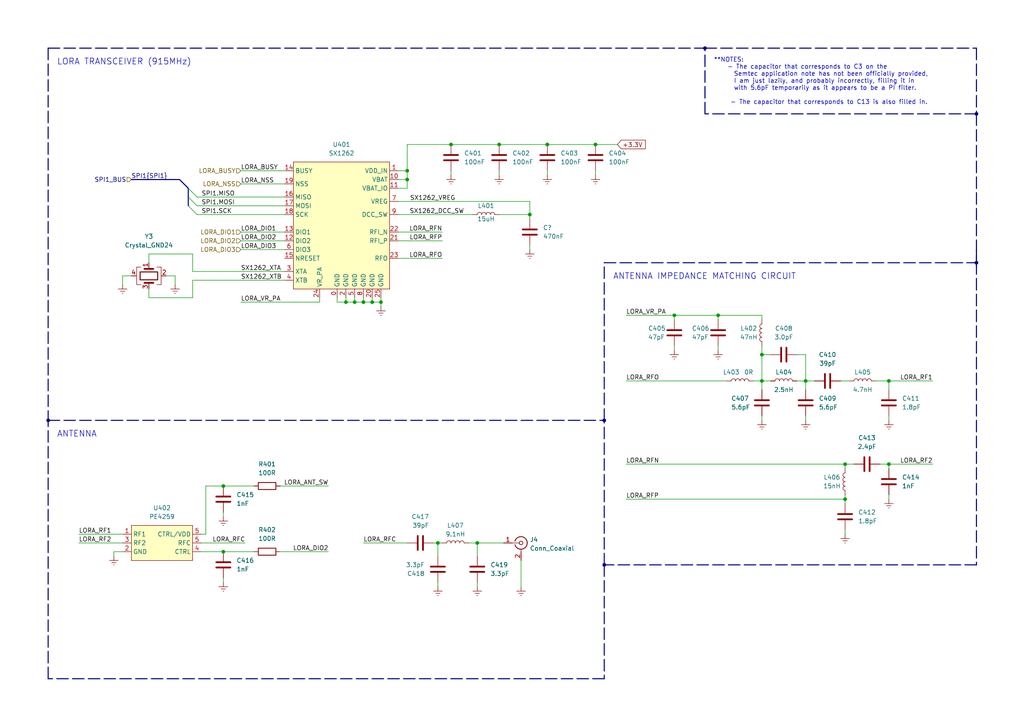
<source format=kicad_sch>
(kicad_sch (version 20211123) (generator eeschema)
  (paper "A4")
  (title_block (title "Fruitfly Node") (date "2023-09-17") (rev "1") (company "Cerebral Systems Inc."))
  (lib_symbols
    (symbol "Connector:Conn_Coaxial" (pin_names (offset 1.016) hide)
      (property "Reference" "J" (at 0.254 3.048 0))
      (property "Value" "Conn_Coaxial" (at 2.921 0 90))
      (symbol "Conn_Coaxial_0_1"
        (arc (start -1.778 -0.508) (mid 0.2311 -1.8066) (end 1.778 0) (stroke (width 0.254)))
        (polyline (pts (xy -2.54 0) (xy -0.508 0)))
        (polyline (pts (xy 0 -2.54) (xy 0 -1.778)))
        (circle (center 0 0) (radius 0.508) (stroke (width 0.2032)))
        (arc (start 1.778 0) (mid 0.2099 1.8101) (end -1.778 0.508) (stroke (width 0.254)))
      )
      (symbol "Conn_Coaxial_1_1"
        (pin passive line (at -5.08 0 0) (length 2.54) (name "In") (number "1"))
        (pin passive line (at 0 -5.08 90) (length 2.54) (name "Ext") (number "2"))
      )
    )
    (symbol "Device:C" (pin_numbers hide) (pin_names (offset 0.254))
      (property "Reference" "C" (at 0.635 2.54 0))
      (property "Value" "C" (at 0.635 -2.54 0))
      (symbol "C_0_1"
        (polyline (pts (xy -2.032 -0.762) (xy 2.032 -0.762)) (stroke (width 0.508)))
        (polyline (pts (xy -2.032 0.762) (xy 2.032 0.762)) (stroke (width 0.508)))
      )
      (symbol "C_1_1"
        (pin passive line (at 0 3.81 270) (length 2.794) (name "~") (number "1"))
        (pin passive line (at 0 -3.81 90) (length 2.794) (name "~") (number "2"))
      )
    )
    (symbol "Device:Crystal_GND24" (pin_names (offset 1.016) hide)
      (property "Reference" "Y" (at 3.175 5.08 0))
      (property "Value" "Crystal_GND24" (at 3.175 3.175 0))
      (symbol "Crystal_GND24_0_1"
        (rectangle (start -1.143 2.54) (end 1.143 -2.54) (stroke (width 0.3048)))
        (polyline (pts (xy -2.54 0) (xy -2.032 0)))
        (polyline (pts (xy -2.032 -1.27) (xy -2.032 1.27)) (stroke (width 0.508)))
        (polyline (pts (xy 0 -3.81) (xy 0 -3.556)))
        (polyline (pts (xy 0 3.556) (xy 0 3.81)))
        (polyline (pts (xy 2.032 -1.27) (xy 2.032 1.27)) (stroke (width 0.508)))
        (polyline (pts (xy 2.032 0) (xy 2.54 0)))
        (polyline (pts (xy -2.54 -2.286) (xy -2.54 -3.556) (xy 2.54 -3.556) (xy 2.54 -2.286)))
        (polyline (pts (xy -2.54 2.286) (xy -2.54 3.556) (xy 2.54 3.556) (xy 2.54 2.286)))
      )
      (symbol "Crystal_GND24_1_1"
        (pin passive line (at -3.81 0 0) (length 1.27) (name "1") (number "1"))
        (pin passive line (at 0 5.08 270) (length 1.27) (name "2") (number "2"))
        (pin passive line (at 3.81 0 180) (length 1.27) (name "3") (number "3"))
        (pin passive line (at 0 -5.08 90) (length 1.27) (name "4") (number "4"))
      )
    )
    (symbol "Device:L" (pin_numbers hide) (pin_names (offset 1.016) hide)
      (property "Reference" "L" (at -1.27 0 90))
      (property "Value" "L" (at 1.905 0 90))
      (symbol "L_0_1"
        (arc (start 0 -2.54) (mid 0.635 -1.905) (end 0 -1.27))
        (arc (start 0 -1.27) (mid 0.635 -0.635) (end 0 0))
        (arc (start 0 0) (mid 0.635 0.635) (end 0 1.27))
        (arc (start 0 1.27) (mid 0.635 1.905) (end 0 2.54))
      )
      (symbol "L_1_1"
        (pin passive line (at 0 3.81 270) (length 1.27) (name "1") (number "1"))
        (pin passive line (at 0 -3.81 90) (length 1.27) (name "2") (number "2"))
      )
    )
    (symbol "Device:R" (pin_numbers hide) (pin_names (offset 0))
      (property "Reference" "R" (at 2.032 0 90))
      (property "Value" "R" (at 0 0 90))
      (symbol "R_0_1"
        (rectangle (start -1.016 -2.54) (end 1.016 2.54) (stroke (width 0.254)))
      )
      (symbol "R_1_1"
        (pin passive line (at 0 3.81 270) (length 1.27) (name "~") (number "1"))
        (pin passive line (at 0 -3.81 90) (length 1.27) (name "~") (number "2"))
      )
    )
    (symbol "Fruitfly_RF:PE4259"
      (property "Reference" "U" (at 0 5.08 0))
      (property "Value" "PE4259" (at 0 2.54 0))
      (symbol "PE4259_0_1"
        (rectangle (start -8.89 0) (end 8.89 -10.16) (fill (type background)))
      )
      (symbol "PE4259_1_1"
        (pin input line (at -11.43 -2.54 0) (length 2.54) (name "RF1") (number "1"))
        (pin bidirectional line (at -11.43 -7.62 0) (length 2.54) (name "GND") (number "2"))
        (pin input line (at -11.43 -5.08 0) (length 2.54) (name "RF2") (number "3"))
        (pin input line (at 11.43 -7.62 180) (length 2.54) (name "CTRL") (number "4"))
        (pin input line (at 11.43 -2.54 180) (length 2.54) (name "CTRL/VDD") (number "5"))
        (pin input line (at 11.43 -5.08 180) (length 2.54) (name "RFC") (number "5"))
      )
    )
    (symbol "Fruitfly_RF:SX1262"
      (property "Reference" "U?" (at 0 5.08 0))
      (property "Value" "SX1262" (at 0 2.54 0))
      (symbol "SX1262_0_1"
        (rectangle (start -13.97 0) (end 13.97 -36.83) (fill (type background)))
      )
      (symbol "SX1262_1_1"
        (pin passive line (at -1.27 -39.37 90) (length 2.54) (name "GND") (number "0"))
        (pin passive line (at 16.51 -2.54 180) (length 2.54) (name "VDD_IN") (number "1"))
        (pin input line (at 16.51 -5.08 180) (length 2.54) (name "VBAT") (number "10"))
        (pin input line (at 16.51 -7.62 180) (length 2.54) (name "VBAT_IO") (number "11"))
        (pin bidirectional line (at -16.51 -22.86 0) (length 2.54) (name "DIO2") (number "12"))
        (pin bidirectional line (at -16.51 -20.32 0) (length 2.54) (name "DIO1") (number "13"))
        (pin output line (at -16.51 -2.54 0) (length 2.54) (name "BUSY") (number "14"))
        (pin input line (at -16.51 -27.94 0) (length 2.54) (name "NRESET") (number "15"))
        (pin output line (at -16.51 -10.16 0) (length 2.54) (name "MISO") (number "16"))
        (pin input line (at -16.51 -12.7 0) (length 2.54) (name "MOSI") (number "17"))
        (pin input line (at -16.51 -15.24 0) (length 2.54) (name "SCK") (number "18"))
        (pin input line (at -16.51 -6.35 0) (length 2.54) (name "NSS") (number "19"))
        (pin passive line (at 1.27 -39.37 90) (length 2.54) (name "GND") (number "2"))
        (pin passive line (at 8.89 -39.37 90) (length 2.54) (name "GND") (number "20"))
        (pin input line (at 16.51 -22.86 180) (length 2.54) (name "RFI_P") (number "21"))
        (pin input line (at 16.51 -20.32 180) (length 2.54) (name "RFI_N") (number "22"))
        (pin output line (at 16.51 -27.94 180) (length 2.54) (name "RFO") (number "23"))
        (pin passive line (at -6.35 -39.37 90) (length 2.54) (name "VR_PA") (number "24"))
        (pin passive line (at 11.43 -39.37 90) (length 2.54) (name "GND") (number "25"))
        (pin passive line (at -16.51 -31.75 0) (length 2.54) (name "XTA") (number "3"))
        (pin passive line (at -16.51 -34.29 0) (length 2.54) (name "XTB") (number "4"))
        (pin passive line (at 3.81 -39.37 90) (length 2.54) (name "GND") (number "5"))
        (pin bidirectional line (at -16.51 -25.4 0) (length 2.54) (name "DIO3") (number "6"))
        (pin passive line (at 16.51 -11.43 180) (length 2.54) (name "VREG") (number "7"))
        (pin passive line (at 6.35 -39.37 90) (length 2.54) (name "GND") (number "8"))
        (pin output line (at 16.51 -15.24 180) (length 2.54) (name "DCC_SW") (number "9"))
      )
    )
    (symbol "power:Earth" (power) (pin_names (offset 0))
      (symbol "Earth_0_1"
        (polyline (pts (xy -0.635 -1.905) (xy 0.635 -1.905)))
        (polyline (pts (xy -0.127 -2.54) (xy 0.127 -2.54)))
        (polyline (pts (xy 0 -1.27) (xy 0 0)))
        (polyline (pts (xy 1.27 -1.27) (xy -1.27 -1.27)))
      )
      (symbol "Earth_1_1"
        (pin power_in line (at 0 0 270) (length 0) hide (name "Earth") (number "1"))
      )
    )
  )
  (bus_alias "SPI1" (members "MISO" "MOSI" "SCK"))
  (junction (at 110.49 87.63))
  (junction (at 220.98 110.49))
  (junction (at 175.26 121.92))
  (junction (at 127 157.48))
  (junction (at 245.11 144.78))
  (junction (at 204.47 13.97))
  (junction (at 130.81 41.91))
  (junction (at 220.98 102.87))
  (junction (at 175.26 163.83))
  (junction (at 64.77 140.97))
  (junction (at 118.11 52.07))
  (junction (at 144.78 41.91))
  (junction (at 257.81 134.62))
  (junction (at 158.75 41.91))
  (junction (at 138.43 157.48))
  (junction (at 118.11 49.53))
  (junction (at 208.28 91.44))
  (junction (at 13.97 121.92))
  (junction (at 283.21 33.02))
  (junction (at 283.21 76.2))
  (junction (at 153.67 62.23))
  (junction (at 102.87 87.63))
  (junction (at 195.58 91.44))
  (junction (at 245.11 134.62))
  (junction (at 233.68 110.49))
  (junction (at 107.95 87.63))
  (junction (at 257.81 110.49))
  (junction (at 64.77 160.02))
  (junction (at 172.72 41.91))
  (junction (at 105.41 87.63))
  (junction (at 100.33 87.63))
  (bus_entry (at 54.61 57.15) (size 2.54 2.54))
  (bus_entry (at 54.61 54.61) (size 2.54 2.54))
  (bus_entry (at 54.61 59.69) (size 2.54 2.54))
  (wire (pts (xy 138.43 157.48) (xy 138.43 161.29)))
  (wire (pts (xy 245.11 153.67) (xy 245.11 154.94)))
  (wire (pts (xy 257.81 110.49) (xy 257.81 113.03)))
  (wire (pts (xy 125.73 157.48) (xy 127 157.48)))
  (wire (pts (xy 55.88 78.74) (xy 82.55 78.74)))
  (wire (pts (xy 58.42 160.02) (xy 64.77 160.02)))
  (wire (pts (xy 144.78 62.23) (xy 153.67 62.23)))
  (wire (pts (xy 257.81 143.51) (xy 257.81 144.78)))
  (wire (pts (xy 22.86 157.48) (xy 35.56 157.48)))
  (bus (pts (xy 175.26 163.83) (xy 175.26 196.85)) (stroke (width 0) (type dash)))
  (wire (pts (xy 97.79 87.63) (xy 100.33 87.63)))
  (wire (pts (xy 243.84 110.49) (xy 246.38 110.49)))
  (bus (pts (xy 204.47 33.02) (xy 204.47 13.97)) (stroke (width 0) (type dash)))
  (wire (pts (xy 22.86 154.94) (xy 35.56 154.94)))
  (bus (pts (xy 283.21 76.2) (xy 283.21 77.47)))
  (wire (pts (xy 257.81 120.65) (xy 257.81 121.92)))
  (wire (pts (xy 33.02 160.02) (xy 33.02 161.29)))
  (wire (pts (xy 115.57 62.23) (xy 137.16 62.23)))
  (wire (pts (xy 115.57 52.07) (xy 118.11 52.07)))
  (wire (pts (xy 195.58 91.44) (xy 208.28 91.44)))
  (bus (pts (xy 13.97 196.85) (xy 13.97 121.92)) (stroke (width 0) (type dash)))
  (wire (pts (xy 195.58 91.44) (xy 195.58 92.71)))
  (wire (pts (xy 220.98 92.71) (xy 220.98 91.44)))
  (wire (pts (xy 100.33 86.36) (xy 100.33 87.63)))
  (bus (pts (xy 54.61 57.15) (xy 54.61 54.61)))
  (bus (pts (xy 283.21 76.2) (xy 283.21 163.83)) (stroke (width 0) (type dash)))
  (wire (pts (xy 118.11 54.61) (xy 118.11 52.07)))
  (wire (pts (xy 55.88 86.36) (xy 43.18 86.36)))
  (wire (pts (xy 58.42 154.94) (xy 59.69 154.94)))
  (wire (pts (xy 115.57 74.93) (xy 128.27 74.93)))
  (wire (pts (xy 245.11 144.78) (xy 245.11 146.05)))
  (wire (pts (xy 115.57 58.42) (xy 153.67 58.42)))
  (wire (pts (xy 144.78 49.53) (xy 144.78 50.8)))
  (wire (pts (xy 43.18 76.2) (xy 43.18 73.66)))
  (wire (pts (xy 255.27 134.62) (xy 257.81 134.62)))
  (wire (pts (xy 151.13 162.56) (xy 151.13 170.18)))
  (wire (pts (xy 43.18 73.66) (xy 55.88 73.66)))
  (wire (pts (xy 107.95 86.36) (xy 107.95 87.63)))
  (wire (pts (xy 130.81 41.91) (xy 144.78 41.91)))
  (wire (pts (xy 35.56 160.02) (xy 33.02 160.02)))
  (wire (pts (xy 97.79 86.36) (xy 97.79 87.63)))
  (wire (pts (xy 57.15 59.69) (xy 82.55 59.69)))
  (bus (pts (xy 38.1 52.07) (xy 52.07 52.07)))
  (wire (pts (xy 118.11 41.91) (xy 118.11 49.53)))
  (bus (pts (xy 283.21 13.97) (xy 283.21 33.02)) (stroke (width 0) (type dash)))
  (bus (pts (xy 54.61 59.69) (xy 54.61 57.15)))
  (bus (pts (xy 175.26 76.2) (xy 283.21 76.2)) (stroke (width 0) (type dash)))
  (wire (pts (xy 110.49 86.36) (xy 110.49 87.63)))
  (wire (pts (xy 115.57 67.31) (xy 128.27 67.31)))
  (wire (pts (xy 220.98 102.87) (xy 220.98 110.49)))
  (wire (pts (xy 257.81 134.62) (xy 257.81 135.89)))
  (wire (pts (xy 127 168.91) (xy 127 170.18)))
  (bus (pts (xy 13.97 121.92) (xy 175.26 121.92)) (stroke (width 0) (type dash)))
  (wire (pts (xy 118.11 41.91) (xy 130.81 41.91)))
  (wire (pts (xy 64.77 140.97) (xy 73.66 140.97)))
  (wire (pts (xy 158.75 49.53) (xy 158.75 50.8)))
  (wire (pts (xy 172.72 49.53) (xy 172.72 50.8)))
  (wire (pts (xy 69.85 49.53) (xy 82.55 49.53)))
  (wire (pts (xy 64.77 160.02) (xy 73.66 160.02)))
  (wire (pts (xy 48.26 80.01) (xy 50.8 80.01)))
  (wire (pts (xy 107.95 87.63) (xy 110.49 87.63)))
  (wire (pts (xy 105.41 86.36) (xy 105.41 87.63)))
  (bus (pts (xy 175.26 163.83) (xy 175.26 121.92)) (stroke (width 0) (type dash)))
  (bus (pts (xy 204.47 13.97) (xy 283.21 13.97)) (stroke (width 0) (type dash)))
  (wire (pts (xy 181.61 91.44) (xy 195.58 91.44)))
  (wire (pts (xy 153.67 71.12) (xy 153.67 72.39)))
  (wire (pts (xy 35.56 80.01) (xy 38.1 80.01)))
  (wire (pts (xy 57.15 62.23) (xy 82.55 62.23)))
  (wire (pts (xy 100.33 87.63) (xy 102.87 87.63)))
  (wire (pts (xy 57.15 57.15) (xy 82.55 57.15)))
  (wire (pts (xy 69.85 72.39) (xy 82.55 72.39)))
  (wire (pts (xy 69.85 67.31) (xy 82.55 67.31)))
  (bus (pts (xy 175.26 196.85) (xy 13.97 196.85)) (stroke (width 0) (type dash)))
  (wire (pts (xy 35.56 82.55) (xy 35.56 80.01)))
  (bus (pts (xy 54.61 54.61) (xy 52.07 52.07)))
  (wire (pts (xy 172.72 41.91) (xy 179.07 41.91)))
  (wire (pts (xy 220.98 110.49) (xy 223.52 110.49)))
  (wire (pts (xy 138.43 168.91) (xy 138.43 170.18)))
  (wire (pts (xy 64.77 148.59) (xy 64.77 149.86)))
  (wire (pts (xy 208.28 91.44) (xy 208.28 92.71)))
  (wire (pts (xy 43.18 86.36) (xy 43.18 83.82)))
  (wire (pts (xy 127 157.48) (xy 128.27 157.48)))
  (bus (pts (xy 13.97 13.97) (xy 13.97 121.92)) (stroke (width 0) (type dash)))
  (wire (pts (xy 69.85 87.63) (xy 92.71 87.63)))
  (wire (pts (xy 220.98 100.33) (xy 220.98 102.87)))
  (wire (pts (xy 102.87 87.63) (xy 105.41 87.63)))
  (wire (pts (xy 118.11 52.07) (xy 118.11 49.53)))
  (bus (pts (xy 283.21 33.02) (xy 204.47 33.02)) (stroke (width 0) (type dash)))
  (wire (pts (xy 105.41 87.63) (xy 107.95 87.63)))
  (wire (pts (xy 115.57 54.61) (xy 118.11 54.61)))
  (wire (pts (xy 102.87 86.36) (xy 102.87 87.63)))
  (wire (pts (xy 236.22 110.49) (xy 233.68 110.49)))
  (wire (pts (xy 210.82 110.49) (xy 181.61 110.49)))
  (wire (pts (xy 69.85 69.85) (xy 82.55 69.85)))
  (wire (pts (xy 50.8 80.01) (xy 50.8 82.55)))
  (wire (pts (xy 181.61 144.78) (xy 245.11 144.78)))
  (bus (pts (xy 283.21 33.02) (xy 283.21 76.2)) (stroke (width 0) (type dash)))
  (wire (pts (xy 55.88 81.28) (xy 55.88 86.36)))
  (bus (pts (xy 283.21 76.2) (xy 283.21 72.39)))
  (wire (pts (xy 220.98 120.65) (xy 220.98 121.92)))
  (wire (pts (xy 181.61 134.62) (xy 245.11 134.62)))
  (wire (pts (xy 81.28 140.97) (xy 95.25 140.97)))
  (wire (pts (xy 92.71 86.36) (xy 92.71 87.63)))
  (wire (pts (xy 59.69 140.97) (xy 64.77 140.97)))
  (wire (pts (xy 59.69 154.94) (xy 59.69 140.97)))
  (wire (pts (xy 257.81 110.49) (xy 270.51 110.49)))
  (wire (pts (xy 195.58 100.33) (xy 195.58 101.6)))
  (wire (pts (xy 158.75 41.91) (xy 172.72 41.91)))
  (wire (pts (xy 247.65 134.62) (xy 245.11 134.62)))
  (wire (pts (xy 220.98 110.49) (xy 218.44 110.49)))
  (wire (pts (xy 115.57 69.85) (xy 128.27 69.85)))
  (wire (pts (xy 127 157.48) (xy 127 161.29)))
  (wire (pts (xy 115.57 49.53) (xy 118.11 49.53)))
  (wire (pts (xy 64.77 167.64) (xy 64.77 168.91)))
  (wire (pts (xy 144.78 41.91) (xy 158.75 41.91)))
  (wire (pts (xy 208.28 100.33) (xy 208.28 101.6)))
  (wire (pts (xy 233.68 120.65) (xy 233.68 121.92)))
  (wire (pts (xy 55.88 81.28) (xy 82.55 81.28)))
  (wire (pts (xy 257.81 134.62) (xy 270.51 134.62)))
  (bus (pts (xy 13.97 13.97) (xy 204.47 13.97)) (stroke (width 0) (type dash)))
  (wire (pts (xy 245.11 143.51) (xy 245.11 144.78)))
  (wire (pts (xy 135.89 157.48) (xy 138.43 157.48)))
  (wire (pts (xy 233.68 110.49) (xy 233.68 113.03)))
  (wire (pts (xy 233.68 102.87) (xy 233.68 110.49)))
  (wire (pts (xy 81.28 160.02) (xy 95.25 160.02)))
  (wire (pts (xy 231.14 102.87) (xy 233.68 102.87)))
  (wire (pts (xy 220.98 91.44) (xy 208.28 91.44)))
  (wire (pts (xy 110.49 87.63) (xy 110.49 88.9)))
  (wire (pts (xy 245.11 134.62) (xy 245.11 135.89)))
  (wire (pts (xy 153.67 58.42) (xy 153.67 62.23)))
  (wire (pts (xy 130.81 49.53) (xy 130.81 50.8)))
  (bus (pts (xy 283.21 163.83) (xy 175.26 163.83)) (stroke (width 0) (type dash)))
  (wire (pts (xy 118.11 157.48) (xy 105.41 157.48)))
  (wire (pts (xy 220.98 110.49) (xy 220.98 113.03)))
  (wire (pts (xy 233.68 110.49) (xy 231.14 110.49)))
  (wire (pts (xy 138.43 157.48) (xy 146.05 157.48)))
  (wire (pts (xy 69.85 53.34) (xy 82.55 53.34)))
  (wire (pts (xy 223.52 102.87) (xy 220.98 102.87)))
  (wire (pts (xy 153.67 62.23) (xy 153.67 63.5)))
  (wire (pts (xy 254 110.49) (xy 257.81 110.49)))
  (wire (pts (xy 55.88 73.66) (xy 55.88 78.74)))
  (bus (pts (xy 175.26 121.92) (xy 175.26 76.2)) (stroke (width 0) (type dash)))
  (wire (pts (xy 58.42 157.48) (xy 71.12 157.48)))
  (text "ANTENNA" (at 16.51 127 0) (effects (font (size 1.75 1.75)) (justify left bottom)))
  (text "LORA TRANSCEIVER (915MHz)" (at 16.51 19.05 0) (effects (font (size 1.75 1.75)) (justify left bottom)))
  (text "**NOTES:\n    - The capacitor that corresponds to C3 on the\n      Semtec application note has not been officially provided, \n      I am just lazily, and probably incorrectly, filling it in \n      with 5.6pF temporarily as it appears to be a PI filter.\n\n	- The capacitor that corresponds to C13 is also filled in." (at 207.01 30.48 0) (effects (font (size 1.27 1.27)) (justify left bottom)))
  (text "ANTENNA IMPEDANCE MATCHING CIRCUIT" (at 177.8 81.28 0) (effects (font (size 1.75 1.75)) (justify left bottom)))
  (label "SPI1.MISO" (at 58.42 57.15 0))
  (label "SPI1.SCK" (at 58.42 62.23 0))
  (label "SX1262_XTB" (at 69.85 81.28 0))
  (label "LORA_RFN" (at 181.61 134.62 0))
  (label "LORA_RFN" (at 128.27 67.31 180))
  (label "LORA_VR_PA" (at 181.61 91.44 0))
  (label "LORA_RFO" (at 128.27 74.93 180))
  (label "LORA_RF1" (at 270.51 110.49 180))
  (label "SX1262_VREG" (at 132.08 58.42 180))
  (label "SX1262_XTA" (at 69.85 78.74 0))
  (label "LORA_ANT_SW" (at 95.25 140.97 180))
  (label "LORA_BUSY" (at 69.85 49.53 0))
  (label "LORA_RF2" (at 270.51 134.62 180))
  (label "LORA_RF2" (at 22.86 157.48 0))
  (label "LORA_DIO2" (at 95.25 160.02 180))
  (label "LORA_RF1" (at 22.86 154.94 0))
  (label "LORA_RFP" (at 181.61 144.78 0))
  (label "LORA_DIO2" (at 69.85 69.85 0))
  (label "LORA_NSS" (at 69.85 53.34 0))
  (label "LORA_RFC" (at 71.12 157.48 180))
  (label "LORA_RFP" (at 128.27 69.85 180))
  (label "SPI1{SPI1}" (at 38.1 52.07 0))
  (label "SPI1.MOSI" (at 58.42 59.69 0))
  (label "LORA_RFO" (at 181.61 110.49 0))
  (label "LORA_DIO3" (at 69.85 72.39 0))
  (label "LORA_DIO1" (at 69.85 67.31 0))
  (label "SX1262_DCC_SW" (at 134.62 62.23 180))
  (label "LORA_VR_PA" (at 69.85 87.63 0))
  (label "LORA_RFC" (at 105.41 157.48 0))
  (global_label "+3.3V" (shape input) (at 179.07 41.91 0) (property "Intersheet References" "${INTERSHEET_REFS}" (effects hide)))
  (hierarchical_label "SPI1_BUS" (shape input) (at 38.1 52.07 180))
  (hierarchical_label "LORA_DIO1" (shape input) (at 69.85 67.31 180))
  (hierarchical_label "LORA_BUSY" (shape input) (at 69.85 49.53 180))
  (hierarchical_label "LORA_DIO2" (shape input) (at 69.85 69.85 180))
  (hierarchical_label "LORA_DIO3" (shape input) (at 69.85 72.39 180))
  (hierarchical_label "LORA_NSS" (shape input) (at 69.85 53.34 180))
  (symbol (lib_id "Device:C") (at 158.75 45.72 0) (unit 1)
    (property "Reference" "C403" (at 162.56 44.4499 0) (effects (justify left)))
    (property "Value" "100nF" (at 162.56 46.9899 0) (effects (justify left)))
    (property "Footprint" "Capacitor_SMD:C_0402_1005Metric" (effects hide))
  )
  (symbol (lib_id "power:Earth") (at 257.81 121.92 0) (unit 1)
    (property "Reference" "#PWR0106" (effects hide))
    (property "Value" "Earth" (effects hide))
  )
  (symbol (lib_id "Device:C") (at 251.46 134.62 90) (unit 1)
    (property "Reference" "C413" (at 251.46 127 90))
    (property "Value" "2.4pF" (at 251.46 129.54 90))
    (property "Footprint" "Capacitor_SMD:C_0402_1005Metric" (effects hide))
  )
  (symbol (lib_id "Device:C") (at 64.77 144.78 0) (unit 1)
    (property "Reference" "C415" (at 68.58 143.5099 0) (effects (justify left)))
    (property "Value" "1nF" (at 68.58 146.0499 0) (effects (justify left)))
    (property "Footprint" "Capacitor_SMD:C_0402_1005Metric" (effects hide))
  )
  (symbol (lib_id "Device:L") (at 214.63 110.49 90) (unit 1)
    (property "Reference" "L403" (at 212.09 107.95 90))
    (property "Value" "0R" (at 217.17 107.95 90))
    (property "Footprint" "Inductor_SMD:L_0402_1005Metric" (effects hide))
  )
  (symbol (lib_id "Device:C") (at 220.98 116.84 0) (unit 1)
    (property "Reference" "C407" (at 212.09 115.57 0) (effects (justify left)))
    (property "Value" "5.6pF" (at 212.09 118.11 0) (effects (justify left)))
    (property "Footprint" "Capacitor_SMD:C_0402_1005Metric" (effects hide))
  )
  (symbol (lib_id "Device:C") (at 121.92 157.48 90) (unit 1)
    (property "Reference" "C417" (at 124.46 149.86 90) (effects (justify left)))
    (property "Value" "39pF" (at 124.46 152.4 90) (effects (justify left)))
    (property "Footprint" "Capacitor_SMD:C_0402_1005Metric" (effects hide))
  )
  (symbol (lib_id "power:Earth") (at 127 170.18 0) (unit 1)
    (property "Reference" "#PWR0109" (effects hide))
    (property "Value" "Earth" (effects hide))
  )
  (symbol (lib_id "Device:L") (at 132.08 157.48 90) (unit 1)
    (property "Reference" "L407" (at 132.08 152.4 90))
    (property "Value" "9.1nH" (at 132.08 154.94 90))
    (property "Footprint" "Inductor_SMD:L_0402_1005Metric" (effects hide))
  )
  (symbol (lib_id "Device:C") (at 257.81 116.84 0) (unit 1)
    (property "Reference" "C411" (at 261.62 115.5699 0) (effects (justify left)))
    (property "Value" "1.8pF" (at 261.62 118.1099 0) (effects (justify left)))
    (property "Footprint" "Capacitor_SMD:C_0402_1005Metric" (effects hide))
  )
  (symbol (lib_id "power:Earth") (at 138.43 170.18 0) (unit 1)
    (property "Reference" "#PWR0108" (effects hide))
    (property "Value" "Earth" (effects hide))
  )
  (symbol (lib_id "power:Earth") (at 151.13 170.18 0) (unit 1)
    (property "Reference" "#PWR0107" (effects hide))
    (property "Value" "Earth" (effects hide))
  )
  (symbol (lib_id "power:Earth") (at 50.8 82.55 0) (unit 1)
    (property "Reference" "#PWR0129" (effects hide))
    (property "Value" "Earth" (effects hide))
  )
  (symbol (lib_id "Device:C") (at 144.78 45.72 0) (unit 1)
    (property "Reference" "C402" (at 148.59 44.4499 0) (effects (justify left)))
    (property "Value" "100nF" (at 148.59 46.9899 0) (effects (justify left)))
    (property "Footprint" "Capacitor_SMD:C_0402_1005Metric" (effects hide))
  )
  (symbol (lib_id "Device:C") (at 138.43 165.1 0) (unit 1)
    (property "Reference" "C419" (at 142.24 163.8299 0) (effects (justify left)))
    (property "Value" "3.3pF" (at 142.24 166.3699 0) (effects (justify left)))
    (property "Footprint" "Capacitor_SMD:C_0402_1005Metric" (effects hide))
  )
  (symbol (lib_id "Device:R") (at 77.47 140.97 90) (unit 1)
    (property "Reference" "R401" (at 77.47 134.62 90))
    (property "Value" "100R" (at 77.47 137.16 90))
    (property "Footprint" "Resistor_SMD:R_0402_1005Metric" (effects hide))
  )
  (symbol (lib_id "Device:C") (at 64.77 163.83 0) (unit 1)
    (property "Reference" "C416" (at 68.58 162.5599 0) (effects (justify left)))
    (property "Value" "1nF" (at 68.58 165.0999 0) (effects (justify left)))
    (property "Footprint" "Capacitor_SMD:C_0402_1005Metric" (effects hide))
  )
  (symbol (lib_id "Device:L") (at 220.98 96.52 180) (unit 1)
    (property "Reference" "L402" (at 217.17 95.25 0))
    (property "Value" "47nH" (at 217.17 97.79 0))
    (property "Footprint" "Inductor_SMD:L_0402_1005Metric" (effects hide))
  )
  (symbol (lib_id "Device:C") (at 257.81 139.7 180) (unit 1)
    (property "Reference" "C414" (at 261.62 138.4299 0) (effects (justify right)))
    (property "Value" "1nF" (at 261.62 140.9699 0) (effects (justify right)))
    (property "Footprint" "Capacitor_SMD:C_0402_1005Metric" (effects hide))
  )
  (symbol (lib_id "power:Earth") (at 64.77 168.91 0) (unit 1)
    (property "Reference" "#PWR0110" (effects hide))
    (property "Value" "Earth" (effects hide))
  )
  (symbol (lib_id "Device:C") (at 245.11 149.86 180) (unit 1)
    (property "Reference" "C412" (at 248.92 148.5899 0) (effects (justify right)))
    (property "Value" "1.8pF" (at 248.92 151.1299 0) (effects (justify right)))
    (property "Footprint" "Capacitor_SMD:C_0402_1005Metric" (effects hide))
  )
  (symbol (lib_id "Device:L") (at 140.97 62.23 90) (unit 1)
    (property "Reference" "L401" (at 140.97 59.69 90))
    (property "Value" "15uH" (at 140.97 63.5 90))
    (property "Footprint" "Inductor_SMD:L_0402_1005Metric" (effects hide))
  )
  (symbol (lib_id "Device:Crystal_GND24") (at 43.18 80.01 270) (unit 1)
    (property "Reference" "Y3" (at 43.18 68.58 90))
    (property "Value" "Crystal_GND24" (at 43.18 71.12 90))
    (property "Footprint" "Crystal:Crystal_SMD_0603-4Pin_6.0x3.5mm" (effects hide))
  )
  (symbol (lib_id "Fruitfly_RF:SX1262") (at 99.06 46.99 0) (unit 1)
    (property "Reference" "U401" (at 99.06 41.91 0))
    (property "Value" "SX1262" (at 99.06 44.45 0))
  )
  (symbol (lib_id "Device:R") (at 77.47 160.02 90) (unit 1)
    (property "Reference" "R402" (at 77.47 153.67 90))
    (property "Value" "100R" (at 77.47 156.21 90))
    (property "Footprint" "Resistor_SMD:R_0402_1005Metric" (effects hide))
  )
  (symbol (lib_id "power:Earth") (at 35.56 82.55 0) (unit 1)
    (property "Reference" "#PWR0128" (effects hide))
    (property "Value" "Earth" (effects hide))
  )
  (symbol (lib_id "Device:L") (at 245.11 139.7 180) (unit 1)
    (property "Reference" "L406" (at 241.3 138.43 0))
    (property "Value" "15nH" (at 241.3 140.97 0))
    (property "Footprint" "Inductor_SMD:L_0402_1005Metric" (effects hide))
  )
  (symbol (lib_id "Device:C") (at 233.68 116.84 0) (unit 1)
    (property "Reference" "C409" (at 237.49 115.5699 0) (effects (justify left)))
    (property "Value" "5.6pF" (at 237.49 118.1099 0) (effects (justify left)))
    (property "Footprint" "Capacitor_SMD:C_0402_1005Metric" (effects hide))
  )
  (symbol (lib_id "Device:C") (at 127 165.1 180) (unit 1)
    (property "Reference" "C418" (at 123.19 166.3701 0) (effects (justify left)))
    (property "Value" "3.3pF" (at 123.19 163.8301 0) (effects (justify left)))
    (property "Footprint" "Capacitor_SMD:C_0402_1005Metric" (effects hide))
  )
  (symbol (lib_id "power:Earth") (at 153.67 72.39 0) (unit 1)
    (property "Reference" "#PWR0113" (effects hide))
    (property "Value" "Earth" (effects hide))
  )
  (symbol (lib_id "power:Earth") (at 233.68 121.92 0) (unit 1)
    (property "Reference" "#PWR0102" (effects hide))
    (property "Value" "Earth" (effects hide))
  )
  (symbol (lib_id "Device:L") (at 227.33 110.49 90) (unit 1)
    (property "Reference" "L404" (at 227.33 107.95 90))
    (property "Value" "2.5nH" (at 227.33 113.03 90))
    (property "Footprint" "Inductor_SMD:L_0402_1005Metric" (effects hide))
  )
  (symbol (lib_id "Device:C") (at 240.03 110.49 90) (unit 1)
    (property "Reference" "C410" (at 240.03 102.87 90))
    (property "Value" "39pF" (at 240.03 105.41 90))
    (property "Footprint" "Capacitor_SMD:C_0402_1005Metric" (effects hide))
  )
  (symbol (lib_id "power:Earth") (at 64.77 149.86 0) (unit 1)
    (property "Reference" "#PWR0101" (effects hide))
    (property "Value" "Earth" (effects hide))
  )
  (symbol (lib_id "Device:C") (at 153.67 67.31 0) (unit 1)
    (property "Reference" "C?" (at 157.48 66.0399 0) (effects (justify left)))
    (property "Value" "470nF" (at 157.48 68.5799 0) (effects (justify left)))
    (property "Footprint" "Capacitor_SMD:C_0402_1005Metric" (effects hide))
  )
  (symbol (lib_id "Device:C") (at 130.81 45.72 0) (unit 1)
    (property "Reference" "C401" (at 134.62 44.4499 0) (effects (justify left)))
    (property "Value" "100nF" (at 134.62 46.9899 0) (effects (justify left)))
    (property "Footprint" "Capacitor_SMD:C_0402_1005Metric" (effects hide))
  )
  (symbol (lib_id "power:Earth") (at 144.78 50.8 0) (unit 1)
    (property "Reference" "#PWR0115" (effects hide))
    (property "Value" "Earth" (effects hide))
  )
  (symbol (lib_id "power:Earth") (at 110.49 88.9 0) (unit 1)
    (property "Reference" "#PWR0127" (effects hide))
    (property "Value" "Earth" (effects hide))
  )
  (symbol (lib_id "power:Earth") (at 158.75 50.8 0) (unit 1)
    (property "Reference" "#PWR0114" (effects hide))
    (property "Value" "Earth" (effects hide))
  )
  (symbol (lib_id "power:Earth") (at 172.72 50.8 0) (unit 1)
    (property "Reference" "#PWR0112" (effects hide))
    (property "Value" "Earth" (effects hide))
  )
  (symbol (lib_id "Device:C") (at 227.33 102.87 90) (unit 1)
    (property "Reference" "C408" (at 227.33 95.25 90))
    (property "Value" "3.0pF" (at 227.33 97.79 90))
    (property "Footprint" "Capacitor_SMD:C_0402_1005Metric" (effects hide))
  )
  (symbol (lib_id "Connector:Conn_Coaxial") (at 151.13 157.48 0) (unit 1)
    (property "Reference" "J4" (at 153.67 156.5031 0) (effects (justify left)))
    (property "Value" "Conn_Coaxial" (at 153.67 159.0431 0) (effects (justify left)))
    (property "Footprint" "Connector_Coaxial:SMA_Amphenol_132289_EdgeMount" (effects hide))
    (property "Datasheet" " ~" (effects hide))
  )
  (symbol (lib_id "Device:C") (at 208.28 96.52 180) (unit 1)
    (property "Reference" "C406" (at 200.66 95.25 0) (effects (justify right)))
    (property "Value" "47pF" (at 200.66 97.79 0) (effects (justify right)))
    (property "Footprint" "Capacitor_SMD:C_0402_1005Metric" (effects hide))
  )
  (symbol (lib_id "power:Earth") (at 208.28 101.6 0) (unit 1)
    (property "Reference" "#PWR0119" (effects hide))
    (property "Value" "Earth" (effects hide))
  )
  (symbol (lib_id "Device:L") (at 250.19 110.49 90) (unit 1)
    (property "Reference" "L405" (at 250.19 107.95 90))
    (property "Value" "4.7nH" (at 250.19 113.03 90))
    (property "Footprint" "Inductor_SMD:L_0402_1005Metric" (effects hide))
  )
  (symbol (lib_id "power:Earth") (at 195.58 101.6 0) (unit 1)
    (property "Reference" "#PWR0118" (effects hide))
    (property "Value" "Earth" (effects hide))
  )
  (symbol (lib_id "power:Earth") (at 220.98 121.92 0) (unit 1)
    (property "Reference" "#PWR0103" (effects hide))
    (property "Value" "Earth" (effects hide))
  )
  (symbol (lib_id "power:Earth") (at 245.11 154.94 0) (unit 1)
    (property "Reference" "#PWR0105" (effects hide))
    (property "Value" "Earth" (effects hide))
  )
  (symbol (lib_id "power:Earth") (at 130.81 50.8 0) (unit 1)
    (property "Reference" "#PWR0116" (effects hide))
    (property "Value" "Earth" (effects hide))
  )
  (symbol (lib_id "power:Earth") (at 33.02 161.29 0) (unit 1)
    (property "Reference" "#PWR0111" (effects hide))
    (property "Value" "Earth" (effects hide))
  )
  (symbol (lib_id "power:Earth") (at 257.81 144.78 0) (unit 1)
    (property "Reference" "#PWR0104" (effects hide))
    (property "Value" "Earth" (effects hide))
  )
  (symbol (lib_id "Device:C") (at 195.58 96.52 180) (unit 1)
    (property "Reference" "C405" (at 187.96 95.25 0) (effects (justify right)))
    (property "Value" "47pF" (at 187.96 97.79 0) (effects (justify right)))
    (property "Footprint" "Capacitor_SMD:C_0402_1005Metric" (effects hide))
  )
  (symbol (lib_id "Device:C") (at 172.72 45.72 0) (unit 1)
    (property "Reference" "C404" (at 176.53 44.4499 0) (effects (justify left)))
    (property "Value" "100nF" (at 176.53 46.9899 0) (effects (justify left)))
    (property "Footprint" "Capacitor_SMD:C_0402_1005Metric" (effects hide))
  )
  (symbol (lib_id "Fruitfly_RF:PE4259") (at 46.99 152.4 0) (unit 1)
    (property "Reference" "U402" (at 46.99 147.32 0))
    (property "Value" "PE4259" (at 46.99 149.86 0))
  )
)
</source>
